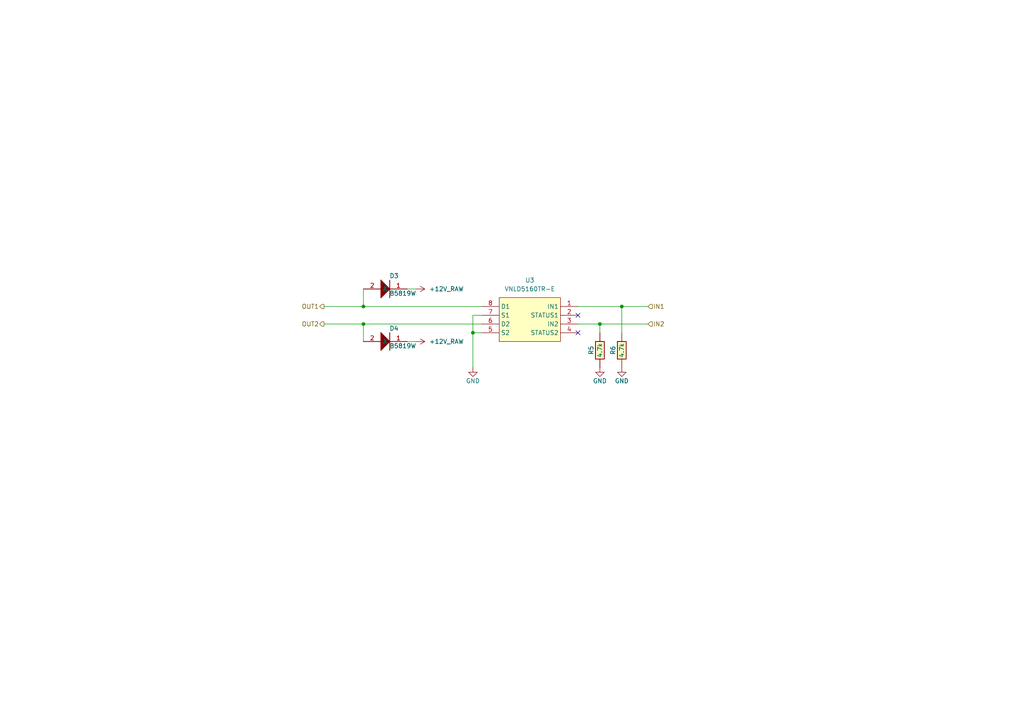
<source format=kicad_sch>
(kicad_sch (version 20231120) (generator "eeschema") (generator_version "8.0")
  (paper "A4")
  (lib_symbols
    (symbol "chips:VNLD5160"
      (property "Reference" "U" (at 6.35 3.81 0))
      (property "Value" "VNLD5160TR-E" (at 12.7 -11.43 0))
      (symbol "VNLD5160_1_1"
        (rectangle (start 5.08 2.54) (end 22.86 -10.16) (fill (type background)))
        (pin input line (at 0 0 0) (length 5.08) (name "IN1") (number "1"))
        (pin open_collector line (at 0 -2.54 0) (length 5.08) (name "STATUS1") (number "2"))
        (pin input line (at 0 -5.08 0) (length 5.08) (name "IN2") (number "3"))
        (pin open_collector line (at 0 -7.62 0) (length 5.08) (name "STATUS2") (number "4"))
        (pin power_in line (at 27.94 -7.62 180) (length 5.08) (name "S2") (number "5"))
        (pin power_out line (at 27.94 -5.08 180) (length 5.08) (name "D2") (number "6"))
        (pin power_in line (at 27.94 -2.54 180) (length 5.08) (name "S1") (number "7"))
        (pin power_out line (at 27.94 0 180) (length 5.08) (name "D1") (number "8"))
      )
    )
    (symbol "hellen-one-common:+12V_RAW" (power) (pin_names (offset 0))
      (property "Value" "+12V_RAW" (at 0 3.556 0))
      (symbol "+12V_RAW_0_1"
        (polyline (pts (xy -0.762 1.27) (xy 0 2.54)))
        (polyline (pts (xy 0 0) (xy 0 2.54)))
        (polyline (pts (xy 0 2.54) (xy 0.762 1.27)))
      )
      (symbol "+12V_RAW_1_1"
        (pin power_in line (at 0 0 90) (length 0) hide (name "+12V_RAW") (number "1"))
      )
    )
    (symbol "hellen-one-common:1N4148WS"
      (property "Reference" "D" (at 0 2.54 0))
      (property "Value" "1N4148WS" (at 0 -3.81 0))
      (symbol "1N4148WS_1_0"
        (polyline (pts (xy 2.54 2.54) (xy 2.54 -2.54)) (stroke (width 0.254)))
        (polyline (pts (xy 0 -2.54) (xy 2.54 0) (xy 0 2.54) (xy 0 -2.54)) (stroke (width 0.254)) (fill (type outline)))
        (pin passive line (at 7.62 0 180) (length 5.08) (name "K") (number "1"))
        (pin passive line (at -5.08 0 0) (length 5.08) (name "A") (number "2"))
      )
    )
    (symbol "hellen-one-common:Res" (pin_numbers hide)
      (property "Reference" "R" (at 3.81 2.54 0))
      (property "Value" "Res" (at 5.08 -2.54 0))
      (symbol "Res_1_0"
        (rectangle (start 2.54 -1.27) (end 7.62 1.27) (stroke (width 0.254)) (fill (type background)))
        (pin passive line (at 0 0 0) (length 2.54) (name "") (number "1"))
        (pin passive line (at 10.16 0 180) (length 2.54) (name "") (number "2"))
      )
    )
    (symbol "power:GND" (power) (pin_numbers hide) (pin_names (offset 0) hide)
      (property "Value" "GND" (at 0 -3.81 0))
      (symbol "GND_0_1"
        (polyline (pts (xy 0 0) (xy 0 -1.27) (xy 1.27 -1.27) (xy 0 -2.54) (xy -1.27 -1.27) (xy 0 -1.27)))
      )
      (symbol "GND_1_1"
        (pin power_in line (at 0 0 270) (length 0) (name "~") (number "1"))
      )
    )
  )
  (junction (at 105.41 88.9))
  (junction (at 180.34 88.9))
  (junction (at 105.41 93.98))
  (junction (at 173.99 93.98))
  (junction (at 137.16 96.52))
  (no_connect (at 167.64 91.44))
  (no_connect (at 167.64 96.52))
  (wire (pts (xy 167.64 88.9) (xy 180.34 88.9)))
  (wire (pts (xy 120.65 99.06) (xy 118.11 99.06)))
  (wire (pts (xy 137.16 96.52) (xy 137.16 106.68)))
  (wire (pts (xy 167.64 93.98) (xy 173.99 93.98)))
  (wire (pts (xy 105.41 93.98) (xy 139.7 93.98)))
  (wire (pts (xy 180.34 88.9) (xy 187.96 88.9)))
  (wire (pts (xy 137.16 91.44) (xy 139.7 91.44)))
  (wire (pts (xy 173.99 93.98) (xy 187.96 93.98)))
  (wire (pts (xy 105.41 83.82) (xy 105.41 88.9)))
  (wire (pts (xy 120.65 83.82) (xy 118.11 83.82)))
  (wire (pts (xy 173.99 93.98) (xy 173.99 96.52)))
  (wire (pts (xy 93.98 88.9) (xy 105.41 88.9)))
  (wire (pts (xy 93.98 93.98) (xy 105.41 93.98)))
  (wire (pts (xy 137.16 91.44) (xy 137.16 96.52)))
  (wire (pts (xy 180.34 88.9) (xy 180.34 96.52)))
  (wire (pts (xy 137.16 96.52) (xy 139.7 96.52)))
  (wire (pts (xy 105.41 93.98) (xy 105.41 99.06)))
  (wire (pts (xy 105.41 88.9) (xy 139.7 88.9)))
  (hierarchical_label "IN1" (shape input) (at 187.96 88.9 0))
  (hierarchical_label "OUT1" (shape output) (at 93.98 88.9 180))
  (hierarchical_label "IN2" (shape input) (at 187.96 93.98 0))
  (hierarchical_label "OUT2" (shape output) (at 93.98 93.98 180))
  (symbol (lib_id "chips:VNLD5160") (at 167.64 88.9 0) (mirror y) (unit 1)
    (property "Reference" "U3" (at 153.67 81.28 0))
    (property "Value" "VNLD5160TR-E" (at 153.67 83.82 0))
    (property "Footprint" "Package_SO:SOIC-8_3.9x4.9mm_P1.27mm" (effects (hide yes)))
    (property "LCSC" "C377942" (effects (hide yes)))
    (instances (project "EP91Starlet" (path "" (reference "U3") (unit 1)) (path "" (reference "U1") (unit 1))))
  )
  (symbol (lib_id "hellen-one-common:1N4148WS") (at 110.49 99.06 0) (mirror x) (unit 1)
    (property "Reference" "D4" (at 114.3 95.25 0))
    (property "Value" "B5819W" (at 116.84 100.33 0))
    (property "Footprint" "hellen-one-common:SOD-123" (effects (hide yes)))
    (property "LCSC" "C8598" (effects (hide yes)))
    (instances (project "EP91Starlet" (path "" (reference "D4") (unit 1)) (path "" (reference "D2") (unit 1))))
  )
  (symbol (lib_id "hellen-one-common:+12V_RAW") (at 120.65 83.82 270) (mirror x) (unit 1)
    (property "Reference" "#PWR1" (effects (hide yes)))
    (property "Value" "+12V_RAW" (at 124.46 83.82 90) (effects (justify left)))
    (instances (project "EP91Starlet" (path "" (reference "#PWR1") (unit 1)) (path "" (reference "#PWR?") (unit 1))))
  )
  (symbol (lib_id "power:GND") (at 137.16 106.68 0) (mirror y) (unit 1)
    (property "Reference" "#PWR3" (effects (hide yes)))
    (property "Value" "GND" (at 137.16 110.49 0))
    (property "Description" "Power symbol creates a global label with name \"GND\" , ground" (effects (hide yes)))
    (instances (project "EP91Starlet" (path "" (reference "#PWR3") (unit 1)) (path "" (reference "#PWR?") (unit 1))))
  )
  (symbol (lib_id "hellen-one-common:Res") (at 180.34 106.68 90) (unit 1)
    (property "Reference" "R6" (at 177.8 101.6 0))
    (property "Value" "4.7k" (at 180.34 101.6 0))
    (property "Footprint" "hellen-one-common:R0603" (effects (hide yes)))
    (property "LCSC" "C23162" (effects (hide yes)))
    (instances (project "EP91Starlet" (path "" (reference "R6") (unit 1)) (path "" (reference "R1") (unit 1))))
  )
  (symbol (lib_id "hellen-one-common:Res") (at 173.99 106.68 90) (unit 1)
    (property "Reference" "R5" (at 171.45 101.6 0))
    (property "Value" "4.7k" (at 173.99 101.6 0))
    (property "Footprint" "hellen-one-common:R0603" (effects (hide yes)))
    (property "LCSC" "C23162" (effects (hide yes)))
    (instances (project "EP91Starlet" (path "" (reference "R5") (unit 1)) (path "" (reference "R2") (unit 1))))
  )
  (symbol (lib_id "power:GND") (at 180.34 106.68 0) (mirror y) (unit 1)
    (property "Reference" "#PWR5" (effects (hide yes)))
    (property "Value" "GND" (at 180.34 110.49 0))
    (property "Description" "Power symbol creates a global label with name \"GND\" , ground" (effects (hide yes)))
    (instances (project "EP91Starlet" (path "" (reference "#PWR5") (unit 1)) (path "" (reference "#PWR?") (unit 1))))
  )
  (symbol (lib_id "hellen-one-common:1N4148WS") (at 110.49 83.82 0) (mirror x) (unit 1)
    (property "Reference" "D3" (at 114.3 80.01 0))
    (property "Value" "B5819W" (at 116.84 85.09 0))
    (property "Footprint" "hellen-one-common:SOD-123" (effects (hide yes)))
    (property "LCSC" "C8598" (effects (hide yes)))
    (instances (project "EP91Starlet" (path "" (reference "D3") (unit 1)) (path "" (reference "D1") (unit 1))))
  )
  (symbol (lib_id "hellen-one-common:+12V_RAW") (at 120.65 99.06 270) (mirror x) (unit 1)
    (property "Reference" "#PWR2" (effects (hide yes)))
    (property "Value" "+12V_RAW" (at 124.46 99.06 90) (effects (justify left)))
    (instances (project "EP91Starlet" (path "" (reference "#PWR2") (unit 1)) (path "" (reference "#PWR?") (unit 1))))
  )
  (symbol (lib_id "power:GND") (at 173.99 106.68 0) (mirror y) (unit 1)
    (property "Reference" "#PWR4" (effects (hide yes)))
    (property "Value" "GND" (at 173.99 110.49 0))
    (property "Description" "Power symbol creates a global label with name \"GND\" , ground" (effects (hide yes)))
    (instances (project "EP91Starlet" (path "" (reference "#PWR4") (unit 1)) (path "" (reference "#PWR?") (unit 1))))
  )
)
</source>
